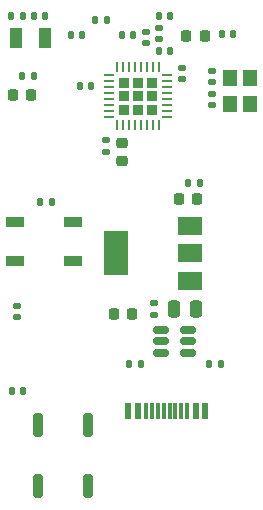
<source format=gtp>
%TF.GenerationSoftware,KiCad,Pcbnew,(6.0.10)*%
%TF.CreationDate,2023-02-05T17:29:38-05:00*%
%TF.ProjectId,MrKoh,4d724b6f-682e-46b6-9963-61645f706362,1*%
%TF.SameCoordinates,Original*%
%TF.FileFunction,Paste,Top*%
%TF.FilePolarity,Positive*%
%FSLAX46Y46*%
G04 Gerber Fmt 4.6, Leading zero omitted, Abs format (unit mm)*
G04 Created by KiCad (PCBNEW (6.0.10)) date 2023-02-05 17:29:38*
%MOMM*%
%LPD*%
G01*
G04 APERTURE LIST*
G04 Aperture macros list*
%AMRoundRect*
0 Rectangle with rounded corners*
0 $1 Rounding radius*
0 $2 $3 $4 $5 $6 $7 $8 $9 X,Y pos of 4 corners*
0 Add a 4 corners polygon primitive as box body*
4,1,4,$2,$3,$4,$5,$6,$7,$8,$9,$2,$3,0*
0 Add four circle primitives for the rounded corners*
1,1,$1+$1,$2,$3*
1,1,$1+$1,$4,$5*
1,1,$1+$1,$6,$7*
1,1,$1+$1,$8,$9*
0 Add four rect primitives between the rounded corners*
20,1,$1+$1,$2,$3,$4,$5,0*
20,1,$1+$1,$4,$5,$6,$7,0*
20,1,$1+$1,$6,$7,$8,$9,0*
20,1,$1+$1,$8,$9,$2,$3,0*%
G04 Aperture macros list end*
%ADD10RoundRect,0.218750X-0.218750X-0.256250X0.218750X-0.256250X0.218750X0.256250X-0.218750X0.256250X0*%
%ADD11RoundRect,0.250000X-0.250000X-0.475000X0.250000X-0.475000X0.250000X0.475000X-0.250000X0.475000X0*%
%ADD12RoundRect,0.140000X-0.170000X0.140000X-0.170000X-0.140000X0.170000X-0.140000X0.170000X0.140000X0*%
%ADD13RoundRect,0.140000X0.170000X-0.140000X0.170000X0.140000X-0.170000X0.140000X-0.170000X-0.140000X0*%
%ADD14RoundRect,0.147500X0.172500X-0.147500X0.172500X0.147500X-0.172500X0.147500X-0.172500X-0.147500X0*%
%ADD15RoundRect,0.140000X-0.140000X-0.170000X0.140000X-0.170000X0.140000X0.170000X-0.140000X0.170000X0*%
%ADD16R,1.000000X1.800000*%
%ADD17RoundRect,0.135000X-0.135000X-0.185000X0.135000X-0.185000X0.135000X0.185000X-0.135000X0.185000X0*%
%ADD18RoundRect,0.135000X-0.185000X0.135000X-0.185000X-0.135000X0.185000X-0.135000X0.185000X0.135000X0*%
%ADD19RoundRect,0.140000X0.140000X0.170000X-0.140000X0.170000X-0.140000X-0.170000X0.140000X-0.170000X0*%
%ADD20RoundRect,0.225000X-0.225000X-0.250000X0.225000X-0.250000X0.225000X0.250000X-0.225000X0.250000X0*%
%ADD21RoundRect,0.232500X-0.232500X0.232500X-0.232500X-0.232500X0.232500X-0.232500X0.232500X0.232500X0*%
%ADD22RoundRect,0.062500X-0.062500X0.375000X-0.062500X-0.375000X0.062500X-0.375000X0.062500X0.375000X0*%
%ADD23RoundRect,0.062500X-0.375000X0.062500X-0.375000X-0.062500X0.375000X-0.062500X0.375000X0.062500X0*%
%ADD24RoundRect,0.200000X0.200000X0.800000X-0.200000X0.800000X-0.200000X-0.800000X0.200000X-0.800000X0*%
%ADD25R,0.600000X1.450000*%
%ADD26R,0.300000X1.450000*%
%ADD27R,1.200000X1.400000*%
%ADD28RoundRect,0.135000X0.135000X0.185000X-0.135000X0.185000X-0.135000X-0.185000X0.135000X-0.185000X0*%
%ADD29RoundRect,0.150000X0.512500X0.150000X-0.512500X0.150000X-0.512500X-0.150000X0.512500X-0.150000X0*%
%ADD30RoundRect,0.147500X-0.147500X-0.172500X0.147500X-0.172500X0.147500X0.172500X-0.147500X0.172500X0*%
%ADD31R,2.000000X1.500000*%
%ADD32R,2.000000X3.800000*%
%ADD33RoundRect,0.225000X-0.250000X0.225000X-0.250000X-0.225000X0.250000X-0.225000X0.250000X0.225000X0*%
%ADD34R,1.500000X0.900000*%
G04 APERTURE END LIST*
D10*
%TO.C,D1*%
X26662500Y-60100000D03*
X28237500Y-60100000D03*
%TD*%
D11*
%TO.C,C10*%
X31775000Y-59675000D03*
X33675000Y-59675000D03*
%TD*%
D12*
%TO.C,C19*%
X18475000Y-59420000D03*
X18475000Y-60380000D03*
%TD*%
D13*
%TO.C,C12*%
X32450000Y-40230000D03*
X32450000Y-39270000D03*
%TD*%
D14*
%TO.C,L1*%
X30500000Y-36885000D03*
X30500000Y-35915000D03*
%TD*%
D15*
%TO.C,C5*%
X25120000Y-35200000D03*
X26080000Y-35200000D03*
%TD*%
D16*
%TO.C,Y1*%
X18375000Y-36750000D03*
X20875000Y-36750000D03*
%TD*%
D15*
%TO.C,C2*%
X19920000Y-34925000D03*
X20880000Y-34925000D03*
%TD*%
D13*
%TO.C,C8*%
X35025000Y-40530000D03*
X35025000Y-39570000D03*
%TD*%
D17*
%TO.C,R1*%
X17965000Y-34900000D03*
X18985000Y-34900000D03*
%TD*%
D15*
%TO.C,C3*%
X30500000Y-37890000D03*
X31460000Y-37890000D03*
%TD*%
D18*
%TO.C,R4*%
X30075000Y-59240000D03*
X30075000Y-60260000D03*
%TD*%
D19*
%TO.C,C6*%
X23980000Y-36500000D03*
X23020000Y-36500000D03*
%TD*%
D20*
%TO.C,C11*%
X32825000Y-36600000D03*
X34375000Y-36600000D03*
%TD*%
D21*
%TO.C,U2*%
X29880000Y-42840000D03*
X27580000Y-40540000D03*
X29880000Y-40540000D03*
X28730000Y-41690000D03*
X27580000Y-41690000D03*
X28730000Y-40540000D03*
X29880000Y-41690000D03*
X28730000Y-42840000D03*
X27580000Y-42840000D03*
D22*
X30480000Y-39252500D03*
X29980000Y-39252500D03*
X29480000Y-39252500D03*
X28980000Y-39252500D03*
X28480000Y-39252500D03*
X27980000Y-39252500D03*
X27480000Y-39252500D03*
X26980000Y-39252500D03*
D23*
X26292500Y-39940000D03*
X26292500Y-40440000D03*
X26292500Y-40940000D03*
X26292500Y-41440000D03*
X26292500Y-41940000D03*
X26292500Y-42440000D03*
X26292500Y-42940000D03*
X26292500Y-43440000D03*
D22*
X26980000Y-44127500D03*
X27480000Y-44127500D03*
X27980000Y-44127500D03*
X28480000Y-44127500D03*
X28980000Y-44127500D03*
X29480000Y-44127500D03*
X29980000Y-44127500D03*
X30480000Y-44127500D03*
D23*
X31167500Y-43440000D03*
X31167500Y-42940000D03*
X31167500Y-42440000D03*
X31167500Y-41940000D03*
X31167500Y-41440000D03*
X31167500Y-40940000D03*
X31167500Y-40440000D03*
X31167500Y-39940000D03*
%TD*%
D24*
%TO.C,SW1*%
X24475000Y-74700000D03*
X20275000Y-74700000D03*
%TD*%
D13*
%TO.C,C17*%
X29400000Y-37230000D03*
X29400000Y-36270000D03*
%TD*%
D25*
%TO.C,J1*%
X27900000Y-68329951D03*
X28700000Y-68329951D03*
D26*
X29900000Y-68329951D03*
X30900000Y-68329951D03*
X31400000Y-68329951D03*
X32400000Y-68329951D03*
D25*
X33600000Y-68329951D03*
X34400000Y-68329951D03*
X34400000Y-68329951D03*
X33600000Y-68329951D03*
D26*
X32900000Y-68329951D03*
X31900000Y-68329951D03*
X30400000Y-68329951D03*
X29400000Y-68329951D03*
D25*
X28700000Y-68329951D03*
X27900000Y-68329951D03*
%TD*%
D24*
%TO.C,SW2*%
X24500000Y-69525000D03*
X20300000Y-69525000D03*
%TD*%
D27*
%TO.C,Y2*%
X36500000Y-40175000D03*
X36500000Y-42375000D03*
X38200000Y-42375000D03*
X38200000Y-40175000D03*
%TD*%
D17*
%TO.C,R5*%
X20405000Y-50675000D03*
X21425000Y-50675000D03*
%TD*%
D15*
%TO.C,C4*%
X30495000Y-34900000D03*
X31455000Y-34900000D03*
%TD*%
D28*
%TO.C,R3*%
X28985000Y-64399951D03*
X27965000Y-64399951D03*
%TD*%
D15*
%TO.C,C13*%
X18050000Y-66670000D03*
X19010000Y-66670000D03*
%TD*%
D17*
%TO.C,R2*%
X34765000Y-64399951D03*
X35785000Y-64399951D03*
%TD*%
D10*
%TO.C,D3*%
X18112500Y-41600000D03*
X19687500Y-41600000D03*
%TD*%
D29*
%TO.C,U1*%
X32962500Y-63399951D03*
X32962500Y-62449951D03*
X32962500Y-61499951D03*
X30687500Y-61499951D03*
X30687500Y-62449951D03*
X30687500Y-63399951D03*
%TD*%
D15*
%TO.C,C1*%
X32995000Y-49050000D03*
X33955000Y-49050000D03*
%TD*%
D30*
%TO.C,L2*%
X35830000Y-36400000D03*
X36800000Y-36400000D03*
%TD*%
D31*
%TO.C,U3*%
X33150000Y-57300000D03*
D32*
X26850000Y-55000000D03*
D31*
X33150000Y-55000000D03*
X33150000Y-52700000D03*
%TD*%
D20*
%TO.C,C9*%
X32200000Y-50375000D03*
X33750000Y-50375000D03*
%TD*%
D33*
%TO.C,C14*%
X27400000Y-45625000D03*
X27400000Y-47175000D03*
%TD*%
D34*
%TO.C,D2*%
X18325000Y-52375000D03*
X18325000Y-55675000D03*
X23225000Y-55675000D03*
X23225000Y-52375000D03*
%TD*%
D19*
%TO.C,C16*%
X24780000Y-40800000D03*
X23820000Y-40800000D03*
%TD*%
D17*
%TO.C,R6*%
X18890000Y-40000000D03*
X19910000Y-40000000D03*
%TD*%
D12*
%TO.C,C15*%
X26000000Y-45420000D03*
X26000000Y-46380000D03*
%TD*%
%TO.C,C7*%
X35025000Y-41470000D03*
X35025000Y-42430000D03*
%TD*%
D19*
%TO.C,C18*%
X28330000Y-36550000D03*
X27370000Y-36550000D03*
%TD*%
M02*

</source>
